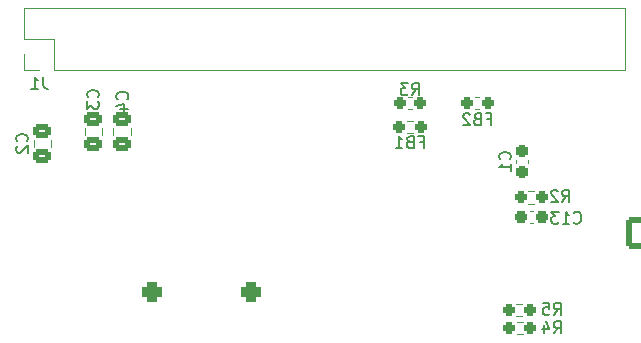
<source format=gbo>
G04 #@! TF.GenerationSoftware,KiCad,Pcbnew,8.0.8*
G04 #@! TF.CreationDate,2025-02-13T09:25:44+02:00*
G04 #@! TF.ProjectId,civic_serializer,63697669-635f-4736-9572-69616c697a65,rev?*
G04 #@! TF.SameCoordinates,Original*
G04 #@! TF.FileFunction,Legend,Bot*
G04 #@! TF.FilePolarity,Positive*
%FSLAX46Y46*%
G04 Gerber Fmt 4.6, Leading zero omitted, Abs format (unit mm)*
G04 Created by KiCad (PCBNEW 8.0.8) date 2025-02-13 09:25:44*
%MOMM*%
%LPD*%
G01*
G04 APERTURE LIST*
G04 Aperture macros list*
%AMRoundRect*
0 Rectangle with rounded corners*
0 $1 Rounding radius*
0 $2 $3 $4 $5 $6 $7 $8 $9 X,Y pos of 4 corners*
0 Add a 4 corners polygon primitive as box body*
4,1,4,$2,$3,$4,$5,$6,$7,$8,$9,$2,$3,0*
0 Add four circle primitives for the rounded corners*
1,1,$1+$1,$2,$3*
1,1,$1+$1,$4,$5*
1,1,$1+$1,$6,$7*
1,1,$1+$1,$8,$9*
0 Add four rect primitives between the rounded corners*
20,1,$1+$1,$2,$3,$4,$5,0*
20,1,$1+$1,$4,$5,$6,$7,0*
20,1,$1+$1,$6,$7,$8,$9,0*
20,1,$1+$1,$8,$9,$2,$3,0*%
G04 Aperture macros list end*
%ADD10C,0.150000*%
%ADD11C,0.120000*%
%ADD12C,2.700000*%
%ADD13RoundRect,0.412500X0.412500X-0.412500X0.412500X0.412500X-0.412500X0.412500X-0.412500X-0.412500X0*%
%ADD14C,1.650000*%
%ADD15RoundRect,0.250001X1.099999X-1.099999X1.099999X1.099999X-1.099999X1.099999X-1.099999X-1.099999X0*%
%ADD16C,0.500000*%
%ADD17R,1.700000X1.700000*%
%ADD18O,1.700000X1.700000*%
%ADD19RoundRect,0.250000X0.475000X-0.337500X0.475000X0.337500X-0.475000X0.337500X-0.475000X-0.337500X0*%
%ADD20RoundRect,0.237500X-0.237500X0.300000X-0.237500X-0.300000X0.237500X-0.300000X0.237500X0.300000X0*%
%ADD21RoundRect,0.237500X-0.250000X-0.237500X0.250000X-0.237500X0.250000X0.237500X-0.250000X0.237500X0*%
%ADD22RoundRect,0.237500X-0.287500X-0.237500X0.287500X-0.237500X0.287500X0.237500X-0.287500X0.237500X0*%
%ADD23RoundRect,0.250000X-0.475000X0.337500X-0.475000X-0.337500X0.475000X-0.337500X0.475000X0.337500X0*%
%ADD24RoundRect,0.237500X0.250000X0.237500X-0.250000X0.237500X-0.250000X-0.237500X0.250000X-0.237500X0*%
%ADD25RoundRect,0.237500X-0.300000X-0.237500X0.300000X-0.237500X0.300000X0.237500X-0.300000X0.237500X0*%
G04 APERTURE END LIST*
D10*
X108703333Y-76724819D02*
X108703333Y-77439104D01*
X108703333Y-77439104D02*
X108750952Y-77581961D01*
X108750952Y-77581961D02*
X108846190Y-77677200D01*
X108846190Y-77677200D02*
X108989047Y-77724819D01*
X108989047Y-77724819D02*
X109084285Y-77724819D01*
X107703333Y-77724819D02*
X108274761Y-77724819D01*
X107989047Y-77724819D02*
X107989047Y-76724819D01*
X107989047Y-76724819D02*
X108084285Y-76867676D01*
X108084285Y-76867676D02*
X108179523Y-76962914D01*
X108179523Y-76962914D02*
X108274761Y-77010533D01*
X115802780Y-78598933D02*
X115850400Y-78551314D01*
X115850400Y-78551314D02*
X115898019Y-78408457D01*
X115898019Y-78408457D02*
X115898019Y-78313219D01*
X115898019Y-78313219D02*
X115850400Y-78170362D01*
X115850400Y-78170362D02*
X115755161Y-78075124D01*
X115755161Y-78075124D02*
X115659923Y-78027505D01*
X115659923Y-78027505D02*
X115469447Y-77979886D01*
X115469447Y-77979886D02*
X115326590Y-77979886D01*
X115326590Y-77979886D02*
X115136114Y-78027505D01*
X115136114Y-78027505D02*
X115040876Y-78075124D01*
X115040876Y-78075124D02*
X114945638Y-78170362D01*
X114945638Y-78170362D02*
X114898019Y-78313219D01*
X114898019Y-78313219D02*
X114898019Y-78408457D01*
X114898019Y-78408457D02*
X114945638Y-78551314D01*
X114945638Y-78551314D02*
X114993257Y-78598933D01*
X115231352Y-79456076D02*
X115898019Y-79456076D01*
X114850400Y-79217981D02*
X115564685Y-78979886D01*
X115564685Y-78979886D02*
X115564685Y-79598933D01*
X148205580Y-83704333D02*
X148253200Y-83656714D01*
X148253200Y-83656714D02*
X148300819Y-83513857D01*
X148300819Y-83513857D02*
X148300819Y-83418619D01*
X148300819Y-83418619D02*
X148253200Y-83275762D01*
X148253200Y-83275762D02*
X148157961Y-83180524D01*
X148157961Y-83180524D02*
X148062723Y-83132905D01*
X148062723Y-83132905D02*
X147872247Y-83085286D01*
X147872247Y-83085286D02*
X147729390Y-83085286D01*
X147729390Y-83085286D02*
X147538914Y-83132905D01*
X147538914Y-83132905D02*
X147443676Y-83180524D01*
X147443676Y-83180524D02*
X147348438Y-83275762D01*
X147348438Y-83275762D02*
X147300819Y-83418619D01*
X147300819Y-83418619D02*
X147300819Y-83513857D01*
X147300819Y-83513857D02*
X147348438Y-83656714D01*
X147348438Y-83656714D02*
X147396057Y-83704333D01*
X148300819Y-84656714D02*
X148300819Y-84085286D01*
X148300819Y-84371000D02*
X147300819Y-84371000D01*
X147300819Y-84371000D02*
X147443676Y-84275762D01*
X147443676Y-84275762D02*
X147538914Y-84180524D01*
X147538914Y-84180524D02*
X147586533Y-84085286D01*
X151931866Y-96848019D02*
X152265199Y-96371828D01*
X152503294Y-96848019D02*
X152503294Y-95848019D01*
X152503294Y-95848019D02*
X152122342Y-95848019D01*
X152122342Y-95848019D02*
X152027104Y-95895638D01*
X152027104Y-95895638D02*
X151979485Y-95943257D01*
X151979485Y-95943257D02*
X151931866Y-96038495D01*
X151931866Y-96038495D02*
X151931866Y-96181352D01*
X151931866Y-96181352D02*
X151979485Y-96276590D01*
X151979485Y-96276590D02*
X152027104Y-96324209D01*
X152027104Y-96324209D02*
X152122342Y-96371828D01*
X152122342Y-96371828D02*
X152503294Y-96371828D01*
X151027104Y-95848019D02*
X151503294Y-95848019D01*
X151503294Y-95848019D02*
X151550913Y-96324209D01*
X151550913Y-96324209D02*
X151503294Y-96276590D01*
X151503294Y-96276590D02*
X151408056Y-96228971D01*
X151408056Y-96228971D02*
X151169961Y-96228971D01*
X151169961Y-96228971D02*
X151074723Y-96276590D01*
X151074723Y-96276590D02*
X151027104Y-96324209D01*
X151027104Y-96324209D02*
X150979485Y-96419447D01*
X150979485Y-96419447D02*
X150979485Y-96657542D01*
X150979485Y-96657542D02*
X151027104Y-96752780D01*
X151027104Y-96752780D02*
X151074723Y-96800400D01*
X151074723Y-96800400D02*
X151169961Y-96848019D01*
X151169961Y-96848019D02*
X151408056Y-96848019D01*
X151408056Y-96848019D02*
X151503294Y-96800400D01*
X151503294Y-96800400D02*
X151550913Y-96752780D01*
X152643066Y-87297619D02*
X152976399Y-86821428D01*
X153214494Y-87297619D02*
X153214494Y-86297619D01*
X153214494Y-86297619D02*
X152833542Y-86297619D01*
X152833542Y-86297619D02*
X152738304Y-86345238D01*
X152738304Y-86345238D02*
X152690685Y-86392857D01*
X152690685Y-86392857D02*
X152643066Y-86488095D01*
X152643066Y-86488095D02*
X152643066Y-86630952D01*
X152643066Y-86630952D02*
X152690685Y-86726190D01*
X152690685Y-86726190D02*
X152738304Y-86773809D01*
X152738304Y-86773809D02*
X152833542Y-86821428D01*
X152833542Y-86821428D02*
X153214494Y-86821428D01*
X152262113Y-86392857D02*
X152214494Y-86345238D01*
X152214494Y-86345238D02*
X152119256Y-86297619D01*
X152119256Y-86297619D02*
X151881161Y-86297619D01*
X151881161Y-86297619D02*
X151785923Y-86345238D01*
X151785923Y-86345238D02*
X151738304Y-86392857D01*
X151738304Y-86392857D02*
X151690685Y-86488095D01*
X151690685Y-86488095D02*
X151690685Y-86583333D01*
X151690685Y-86583333D02*
X151738304Y-86726190D01*
X151738304Y-86726190D02*
X152309732Y-87297619D01*
X152309732Y-87297619D02*
X151690685Y-87297619D01*
X113313580Y-78446533D02*
X113361200Y-78398914D01*
X113361200Y-78398914D02*
X113408819Y-78256057D01*
X113408819Y-78256057D02*
X113408819Y-78160819D01*
X113408819Y-78160819D02*
X113361200Y-78017962D01*
X113361200Y-78017962D02*
X113265961Y-77922724D01*
X113265961Y-77922724D02*
X113170723Y-77875105D01*
X113170723Y-77875105D02*
X112980247Y-77827486D01*
X112980247Y-77827486D02*
X112837390Y-77827486D01*
X112837390Y-77827486D02*
X112646914Y-77875105D01*
X112646914Y-77875105D02*
X112551676Y-77922724D01*
X112551676Y-77922724D02*
X112456438Y-78017962D01*
X112456438Y-78017962D02*
X112408819Y-78160819D01*
X112408819Y-78160819D02*
X112408819Y-78256057D01*
X112408819Y-78256057D02*
X112456438Y-78398914D01*
X112456438Y-78398914D02*
X112504057Y-78446533D01*
X112408819Y-78779867D02*
X112408819Y-79398914D01*
X112408819Y-79398914D02*
X112789771Y-79065581D01*
X112789771Y-79065581D02*
X112789771Y-79208438D01*
X112789771Y-79208438D02*
X112837390Y-79303676D01*
X112837390Y-79303676D02*
X112885009Y-79351295D01*
X112885009Y-79351295D02*
X112980247Y-79398914D01*
X112980247Y-79398914D02*
X113218342Y-79398914D01*
X113218342Y-79398914D02*
X113313580Y-79351295D01*
X113313580Y-79351295D02*
X113361200Y-79303676D01*
X113361200Y-79303676D02*
X113408819Y-79208438D01*
X113408819Y-79208438D02*
X113408819Y-78922724D01*
X113408819Y-78922724D02*
X113361200Y-78827486D01*
X113361200Y-78827486D02*
X113313580Y-78779867D01*
X140584333Y-82201809D02*
X140917666Y-82201809D01*
X140917666Y-82725619D02*
X140917666Y-81725619D01*
X140917666Y-81725619D02*
X140441476Y-81725619D01*
X139727190Y-82201809D02*
X139584333Y-82249428D01*
X139584333Y-82249428D02*
X139536714Y-82297047D01*
X139536714Y-82297047D02*
X139489095Y-82392285D01*
X139489095Y-82392285D02*
X139489095Y-82535142D01*
X139489095Y-82535142D02*
X139536714Y-82630380D01*
X139536714Y-82630380D02*
X139584333Y-82678000D01*
X139584333Y-82678000D02*
X139679571Y-82725619D01*
X139679571Y-82725619D02*
X140060523Y-82725619D01*
X140060523Y-82725619D02*
X140060523Y-81725619D01*
X140060523Y-81725619D02*
X139727190Y-81725619D01*
X139727190Y-81725619D02*
X139631952Y-81773238D01*
X139631952Y-81773238D02*
X139584333Y-81820857D01*
X139584333Y-81820857D02*
X139536714Y-81916095D01*
X139536714Y-81916095D02*
X139536714Y-82011333D01*
X139536714Y-82011333D02*
X139584333Y-82106571D01*
X139584333Y-82106571D02*
X139631952Y-82154190D01*
X139631952Y-82154190D02*
X139727190Y-82201809D01*
X139727190Y-82201809D02*
X140060523Y-82201809D01*
X138536714Y-82725619D02*
X139108142Y-82725619D01*
X138822428Y-82725619D02*
X138822428Y-81725619D01*
X138822428Y-81725619D02*
X138917666Y-81868476D01*
X138917666Y-81868476D02*
X139012904Y-81963714D01*
X139012904Y-81963714D02*
X139108142Y-82011333D01*
X107315580Y-82180333D02*
X107363200Y-82132714D01*
X107363200Y-82132714D02*
X107410819Y-81989857D01*
X107410819Y-81989857D02*
X107410819Y-81894619D01*
X107410819Y-81894619D02*
X107363200Y-81751762D01*
X107363200Y-81751762D02*
X107267961Y-81656524D01*
X107267961Y-81656524D02*
X107172723Y-81608905D01*
X107172723Y-81608905D02*
X106982247Y-81561286D01*
X106982247Y-81561286D02*
X106839390Y-81561286D01*
X106839390Y-81561286D02*
X106648914Y-81608905D01*
X106648914Y-81608905D02*
X106553676Y-81656524D01*
X106553676Y-81656524D02*
X106458438Y-81751762D01*
X106458438Y-81751762D02*
X106410819Y-81894619D01*
X106410819Y-81894619D02*
X106410819Y-81989857D01*
X106410819Y-81989857D02*
X106458438Y-82132714D01*
X106458438Y-82132714D02*
X106506057Y-82180333D01*
X106506057Y-82561286D02*
X106458438Y-82608905D01*
X106458438Y-82608905D02*
X106410819Y-82704143D01*
X106410819Y-82704143D02*
X106410819Y-82942238D01*
X106410819Y-82942238D02*
X106458438Y-83037476D01*
X106458438Y-83037476D02*
X106506057Y-83085095D01*
X106506057Y-83085095D02*
X106601295Y-83132714D01*
X106601295Y-83132714D02*
X106696533Y-83132714D01*
X106696533Y-83132714D02*
X106839390Y-83085095D01*
X106839390Y-83085095D02*
X107410819Y-82513667D01*
X107410819Y-82513667D02*
X107410819Y-83132714D01*
X146299333Y-80279009D02*
X146632666Y-80279009D01*
X146632666Y-80802819D02*
X146632666Y-79802819D01*
X146632666Y-79802819D02*
X146156476Y-79802819D01*
X145442190Y-80279009D02*
X145299333Y-80326628D01*
X145299333Y-80326628D02*
X145251714Y-80374247D01*
X145251714Y-80374247D02*
X145204095Y-80469485D01*
X145204095Y-80469485D02*
X145204095Y-80612342D01*
X145204095Y-80612342D02*
X145251714Y-80707580D01*
X145251714Y-80707580D02*
X145299333Y-80755200D01*
X145299333Y-80755200D02*
X145394571Y-80802819D01*
X145394571Y-80802819D02*
X145775523Y-80802819D01*
X145775523Y-80802819D02*
X145775523Y-79802819D01*
X145775523Y-79802819D02*
X145442190Y-79802819D01*
X145442190Y-79802819D02*
X145346952Y-79850438D01*
X145346952Y-79850438D02*
X145299333Y-79898057D01*
X145299333Y-79898057D02*
X145251714Y-79993295D01*
X145251714Y-79993295D02*
X145251714Y-80088533D01*
X145251714Y-80088533D02*
X145299333Y-80183771D01*
X145299333Y-80183771D02*
X145346952Y-80231390D01*
X145346952Y-80231390D02*
X145442190Y-80279009D01*
X145442190Y-80279009D02*
X145775523Y-80279009D01*
X144823142Y-79898057D02*
X144775523Y-79850438D01*
X144775523Y-79850438D02*
X144680285Y-79802819D01*
X144680285Y-79802819D02*
X144442190Y-79802819D01*
X144442190Y-79802819D02*
X144346952Y-79850438D01*
X144346952Y-79850438D02*
X144299333Y-79898057D01*
X144299333Y-79898057D02*
X144251714Y-79993295D01*
X144251714Y-79993295D02*
X144251714Y-80088533D01*
X144251714Y-80088533D02*
X144299333Y-80231390D01*
X144299333Y-80231390D02*
X144870761Y-80802819D01*
X144870761Y-80802819D02*
X144251714Y-80802819D01*
X151931866Y-98422819D02*
X152265199Y-97946628D01*
X152503294Y-98422819D02*
X152503294Y-97422819D01*
X152503294Y-97422819D02*
X152122342Y-97422819D01*
X152122342Y-97422819D02*
X152027104Y-97470438D01*
X152027104Y-97470438D02*
X151979485Y-97518057D01*
X151979485Y-97518057D02*
X151931866Y-97613295D01*
X151931866Y-97613295D02*
X151931866Y-97756152D01*
X151931866Y-97756152D02*
X151979485Y-97851390D01*
X151979485Y-97851390D02*
X152027104Y-97899009D01*
X152027104Y-97899009D02*
X152122342Y-97946628D01*
X152122342Y-97946628D02*
X152503294Y-97946628D01*
X151074723Y-97756152D02*
X151074723Y-98422819D01*
X151312818Y-97375200D02*
X151550913Y-98089485D01*
X151550913Y-98089485D02*
X150931866Y-98089485D01*
X139917666Y-78255219D02*
X140250999Y-77779028D01*
X140489094Y-78255219D02*
X140489094Y-77255219D01*
X140489094Y-77255219D02*
X140108142Y-77255219D01*
X140108142Y-77255219D02*
X140012904Y-77302838D01*
X140012904Y-77302838D02*
X139965285Y-77350457D01*
X139965285Y-77350457D02*
X139917666Y-77445695D01*
X139917666Y-77445695D02*
X139917666Y-77588552D01*
X139917666Y-77588552D02*
X139965285Y-77683790D01*
X139965285Y-77683790D02*
X140012904Y-77731409D01*
X140012904Y-77731409D02*
X140108142Y-77779028D01*
X140108142Y-77779028D02*
X140489094Y-77779028D01*
X139584332Y-77255219D02*
X138965285Y-77255219D01*
X138965285Y-77255219D02*
X139298618Y-77636171D01*
X139298618Y-77636171D02*
X139155761Y-77636171D01*
X139155761Y-77636171D02*
X139060523Y-77683790D01*
X139060523Y-77683790D02*
X139012904Y-77731409D01*
X139012904Y-77731409D02*
X138965285Y-77826647D01*
X138965285Y-77826647D02*
X138965285Y-78064742D01*
X138965285Y-78064742D02*
X139012904Y-78159980D01*
X139012904Y-78159980D02*
X139060523Y-78207600D01*
X139060523Y-78207600D02*
X139155761Y-78255219D01*
X139155761Y-78255219D02*
X139441475Y-78255219D01*
X139441475Y-78255219D02*
X139536713Y-78207600D01*
X139536713Y-78207600D02*
X139584332Y-78159980D01*
X153627257Y-89031180D02*
X153674876Y-89078800D01*
X153674876Y-89078800D02*
X153817733Y-89126419D01*
X153817733Y-89126419D02*
X153912971Y-89126419D01*
X153912971Y-89126419D02*
X154055828Y-89078800D01*
X154055828Y-89078800D02*
X154151066Y-88983561D01*
X154151066Y-88983561D02*
X154198685Y-88888323D01*
X154198685Y-88888323D02*
X154246304Y-88697847D01*
X154246304Y-88697847D02*
X154246304Y-88554990D01*
X154246304Y-88554990D02*
X154198685Y-88364514D01*
X154198685Y-88364514D02*
X154151066Y-88269276D01*
X154151066Y-88269276D02*
X154055828Y-88174038D01*
X154055828Y-88174038D02*
X153912971Y-88126419D01*
X153912971Y-88126419D02*
X153817733Y-88126419D01*
X153817733Y-88126419D02*
X153674876Y-88174038D01*
X153674876Y-88174038D02*
X153627257Y-88221657D01*
X152674876Y-89126419D02*
X153246304Y-89126419D01*
X152960590Y-89126419D02*
X152960590Y-88126419D01*
X152960590Y-88126419D02*
X153055828Y-88269276D01*
X153055828Y-88269276D02*
X153151066Y-88364514D01*
X153151066Y-88364514D02*
X153246304Y-88412133D01*
X152341542Y-88126419D02*
X151722495Y-88126419D01*
X151722495Y-88126419D02*
X152055828Y-88507371D01*
X152055828Y-88507371D02*
X151912971Y-88507371D01*
X151912971Y-88507371D02*
X151817733Y-88554990D01*
X151817733Y-88554990D02*
X151770114Y-88602609D01*
X151770114Y-88602609D02*
X151722495Y-88697847D01*
X151722495Y-88697847D02*
X151722495Y-88935942D01*
X151722495Y-88935942D02*
X151770114Y-89031180D01*
X151770114Y-89031180D02*
X151817733Y-89078800D01*
X151817733Y-89078800D02*
X151912971Y-89126419D01*
X151912971Y-89126419D02*
X152198685Y-89126419D01*
X152198685Y-89126419D02*
X152293923Y-89078800D01*
X152293923Y-89078800D02*
X152341542Y-89031180D01*
D11*
X107040000Y-70900000D02*
X107040000Y-73500000D01*
X107040000Y-70900000D02*
X157960000Y-70900000D01*
X107040000Y-73500000D02*
X109640000Y-73500000D01*
X107040000Y-74770000D02*
X107040000Y-76100000D01*
X107040000Y-76100000D02*
X108370000Y-76100000D01*
X109640000Y-73500000D02*
X109640000Y-76100000D01*
X109640000Y-76100000D02*
X157960000Y-76100000D01*
X157960000Y-70900000D02*
X157960000Y-76100000D01*
X114632000Y-81069748D02*
X114632000Y-81592252D01*
X116102000Y-81069748D02*
X116102000Y-81592252D01*
X148766000Y-84017267D02*
X148766000Y-83724733D01*
X149786000Y-84017267D02*
X149786000Y-83724733D01*
X149276724Y-95921500D02*
X148767276Y-95921500D01*
X149276724Y-96966500D02*
X148767276Y-96966500D01*
X150292724Y-86396500D02*
X149783276Y-86396500D01*
X150292724Y-87441500D02*
X149783276Y-87441500D01*
X112219000Y-81069748D02*
X112219000Y-81592252D01*
X113689000Y-81069748D02*
X113689000Y-81592252D01*
X139922267Y-78408000D02*
X139579733Y-78408000D01*
X139922267Y-79428000D02*
X139579733Y-79428000D01*
X107901000Y-82608252D02*
X107901000Y-82085748D01*
X109371000Y-82608252D02*
X109371000Y-82085748D01*
X145637267Y-78408000D02*
X145294733Y-78408000D01*
X145637267Y-79428000D02*
X145294733Y-79428000D01*
X149300224Y-97445500D02*
X148790776Y-97445500D01*
X149300224Y-98490500D02*
X148790776Y-98490500D01*
X139496276Y-80427500D02*
X140005724Y-80427500D01*
X139496276Y-81472500D02*
X140005724Y-81472500D01*
X150184267Y-88060000D02*
X149891733Y-88060000D01*
X150184267Y-89080000D02*
X149891733Y-89080000D01*
%LPC*%
D12*
X161500000Y-73500000D03*
D13*
X126289000Y-94920000D03*
D14*
X126289000Y-92380000D03*
X126289000Y-89840000D03*
D15*
X159436000Y-89934000D03*
D12*
X159436000Y-84934000D03*
X159436000Y-79934000D03*
X103500000Y-96500000D03*
D16*
X140926000Y-88808000D03*
X142926000Y-88808000D03*
X144926000Y-88808000D03*
X141926000Y-87808000D03*
X143926000Y-87808000D03*
X140916000Y-86808000D03*
X144926000Y-86808000D03*
X142926000Y-86798000D03*
D12*
X103500000Y-73500000D03*
D13*
X117907000Y-94920000D03*
D14*
X117907000Y-92380000D03*
X117907000Y-89840000D03*
D17*
X132893000Y-97079000D03*
D12*
X161500000Y-96500000D03*
D17*
X142672000Y-96952000D03*
D18*
X145212000Y-96952000D03*
D17*
X111430000Y-97079000D03*
X108370000Y-74770000D03*
D18*
X108370000Y-72230000D03*
X110910000Y-74770000D03*
X110910000Y-72230000D03*
X113450000Y-74770000D03*
X113450000Y-72230000D03*
X115990000Y-74770000D03*
X115990000Y-72230000D03*
X118530000Y-74770000D03*
X118530000Y-72230000D03*
X121070000Y-74770000D03*
X121070000Y-72230000D03*
X123610000Y-74770000D03*
X123610000Y-72230000D03*
X126150000Y-74770000D03*
X126150000Y-72230000D03*
X128690000Y-74770000D03*
X128690000Y-72230000D03*
X131230000Y-74770000D03*
X131230000Y-72230000D03*
X133770000Y-74770000D03*
X133770000Y-72230000D03*
X136310000Y-74770000D03*
X136310000Y-72230000D03*
X138850000Y-74770000D03*
X138850000Y-72230000D03*
X141390000Y-74770000D03*
X141390000Y-72230000D03*
X143930000Y-74770000D03*
X143930000Y-72230000D03*
X146470000Y-74770000D03*
X146470000Y-72230000D03*
X149010000Y-74770000D03*
X149010000Y-72230000D03*
X151550000Y-74770000D03*
X151550000Y-72230000D03*
X154090000Y-74770000D03*
X154090000Y-72230000D03*
X156630000Y-74770000D03*
X156630000Y-72230000D03*
D19*
X115367000Y-82368500D03*
X115367000Y-80293500D03*
D20*
X149276000Y-83008500D03*
X149276000Y-84733500D03*
D21*
X148109500Y-96444000D03*
X149934500Y-96444000D03*
X149125500Y-86919000D03*
X150950500Y-86919000D03*
D19*
X112954000Y-82368500D03*
X112954000Y-80293500D03*
D22*
X138876000Y-78918000D03*
X140626000Y-78918000D03*
D23*
X108636000Y-81309500D03*
X108636000Y-83384500D03*
D22*
X144591000Y-78918000D03*
X146341000Y-78918000D03*
D21*
X148133000Y-97968000D03*
X149958000Y-97968000D03*
D24*
X140663500Y-80950000D03*
X138838500Y-80950000D03*
D25*
X149175500Y-88570000D03*
X150900500Y-88570000D03*
%LPD*%
M02*

</source>
